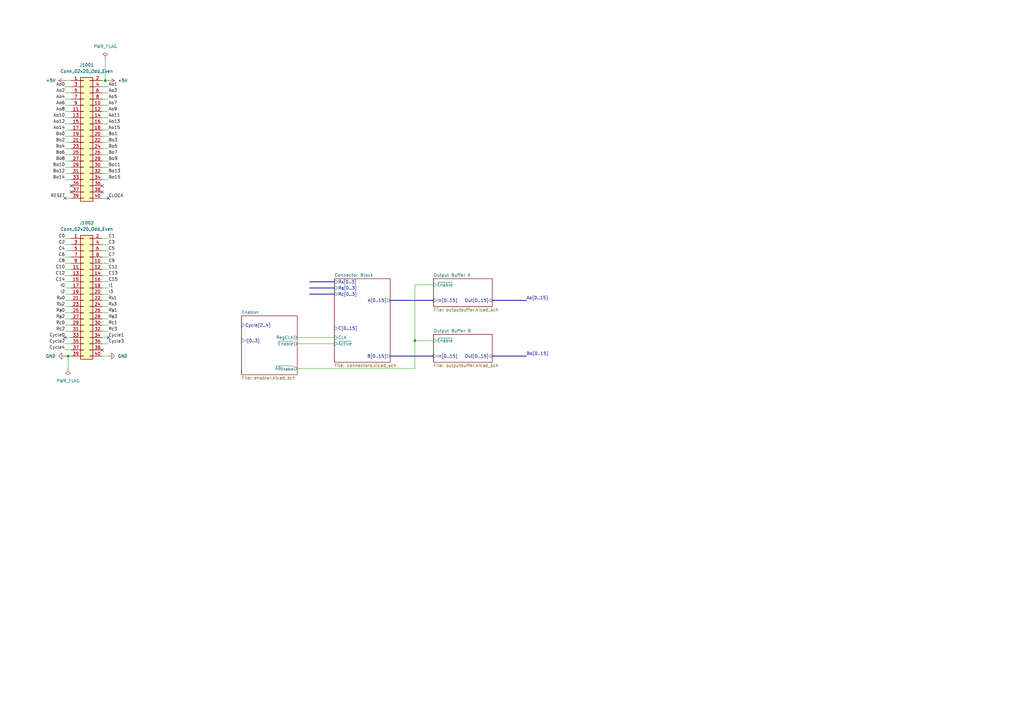
<source format=kicad_sch>
(kicad_sch (version 20231120) (generator "eeschema") (generator_version "8.0")
  (paper "A3")
  (lib_symbols
    (symbol "Connector_Generic:Conn_02x20_Odd_Even" (pin_names (offset 1.016) hide)
      (property "Reference" "J" (at 1.27 25.4 0))
      (property "Value" "Conn_02x20_Odd_Even" (at 1.27 -27.94 0))
      (symbol "Conn_02x20_Odd_Even_1_1"
        (rectangle (start -1.27 -25.273) (end 0 -25.527) (stroke (width 0.1524)))
        (rectangle (start -1.27 -22.733) (end 0 -22.987) (stroke (width 0.1524)))
        (rectangle (start -1.27 -20.193) (end 0 -20.447) (stroke (width 0.1524)))
        (rectangle (start -1.27 -17.653) (end 0 -17.907) (stroke (width 0.1524)))
        (rectangle (start -1.27 -15.113) (end 0 -15.367) (stroke (width 0.1524)))
        (rectangle (start -1.27 -12.573) (end 0 -12.827) (stroke (width 0.1524)))
        (rectangle (start -1.27 -10.033) (end 0 -10.287) (stroke (width 0.1524)))
        (rectangle (start -1.27 -7.493) (end 0 -7.747) (stroke (width 0.1524)))
        (rectangle (start -1.27 -4.953) (end 0 -5.207) (stroke (width 0.1524)))
        (rectangle (start -1.27 -2.413) (end 0 -2.667) (stroke (width 0.1524)))
        (rectangle (start -1.27 0.127) (end 0 -0.127) (stroke (width 0.1524)))
        (rectangle (start -1.27 2.667) (end 0 2.413) (stroke (width 0.1524)))
        (rectangle (start -1.27 5.207) (end 0 4.953) (stroke (width 0.1524)))
        (rectangle (start -1.27 7.747) (end 0 7.493) (stroke (width 0.1524)))
        (rectangle (start -1.27 10.287) (end 0 10.033) (stroke (width 0.1524)))
        (rectangle (start -1.27 12.827) (end 0 12.573) (stroke (width 0.1524)))
        (rectangle (start -1.27 15.367) (end 0 15.113) (stroke (width 0.1524)))
        (rectangle (start -1.27 17.907) (end 0 17.653) (stroke (width 0.1524)))
        (rectangle (start -1.27 20.447) (end 0 20.193) (stroke (width 0.1524)))
        (rectangle (start -1.27 22.987) (end 0 22.733) (stroke (width 0.1524)))
        (rectangle (start -1.27 24.13) (end 3.81 -26.67) (stroke (width 0.254)) (fill (type background)))
        (rectangle (start 3.81 -25.273) (end 2.54 -25.527) (stroke (width 0.1524)))
        (rectangle (start 3.81 -22.733) (end 2.54 -22.987) (stroke (width 0.1524)))
        (rectangle (start 3.81 -20.193) (end 2.54 -20.447) (stroke (width 0.1524)))
        (rectangle (start 3.81 -17.653) (end 2.54 -17.907) (stroke (width 0.1524)))
        (rectangle (start 3.81 -15.113) (end 2.54 -15.367) (stroke (width 0.1524)))
        (rectangle (start 3.81 -12.573) (end 2.54 -12.827) (stroke (width 0.1524)))
        (rectangle (start 3.81 -10.033) (end 2.54 -10.287) (stroke (width 0.1524)))
        (rectangle (start 3.81 -7.493) (end 2.54 -7.747) (stroke (width 0.1524)))
        (rectangle (start 3.81 -4.953) (end 2.54 -5.207) (stroke (width 0.1524)))
        (rectangle (start 3.81 -2.413) (end 2.54 -2.667) (stroke (width 0.1524)))
        (rectangle (start 3.81 0.127) (end 2.54 -0.127) (stroke (width 0.1524)))
        (rectangle (start 3.81 2.667) (end 2.54 2.413) (stroke (width 0.1524)))
        (rectangle (start 3.81 5.207) (end 2.54 4.953) (stroke (width 0.1524)))
        (rectangle (start 3.81 7.747) (end 2.54 7.493) (stroke (width 0.1524)))
        (rectangle (start 3.81 10.287) (end 2.54 10.033) (stroke (width 0.1524)))
        (rectangle (start 3.81 12.827) (end 2.54 12.573) (stroke (width 0.1524)))
        (rectangle (start 3.81 15.367) (end 2.54 15.113) (stroke (width 0.1524)))
        (rectangle (start 3.81 17.907) (end 2.54 17.653) (stroke (width 0.1524)))
        (rectangle (start 3.81 20.447) (end 2.54 20.193) (stroke (width 0.1524)))
        (rectangle (start 3.81 22.987) (end 2.54 22.733) (stroke (width 0.1524)))
        (pin passive line (at -5.08 22.86 0) (length 3.81) (name "Pin_1") (number "1"))
        (pin passive line (at 7.62 12.7 180) (length 3.81) (name "Pin_10") (number "10"))
        (pin passive line (at -5.08 10.16 0) (length 3.81) (name "Pin_11") (number "11"))
        (pin passive line (at 7.62 10.16 180) (length 3.81) (name "Pin_12") (number "12"))
        (pin passive line (at -5.08 7.62 0) (length 3.81) (name "Pin_13") (number "13"))
        (pin passive line (at 7.62 7.62 180) (length 3.81) (name "Pin_14") (number "14"))
        (pin passive line (at -5.08 5.08 0) (length 3.81) (name "Pin_15") (number "15"))
        (pin passive line (at 7.62 5.08 180) (length 3.81) (name "Pin_16") (number "16"))
        (pin passive line (at -5.08 2.54 0) (length 3.81) (name "Pin_17") (number "17"))
        (pin passive line (at 7.62 2.54 180) (length 3.81) (name "Pin_18") (number "18"))
        (pin passive line (at -5.08 0 0) (length 3.81) (name "Pin_19") (number "19"))
        (pin passive line (at 7.62 22.86 180) (length 3.81) (name "Pin_2") (number "2"))
        (pin passive line (at 7.62 0 180) (length 3.81) (name "Pin_20") (number "20"))
        (pin passive line (at -5.08 -2.54 0) (length 3.81) (name "Pin_21") (number "21"))
        (pin passive line (at 7.62 -2.54 180) (length 3.81) (name "Pin_22") (number "22"))
        (pin passive line (at -5.08 -5.08 0) (length 3.81) (name "Pin_23") (number "23"))
        (pin passive line (at 7.62 -5.08 180) (length 3.81) (name "Pin_24") (number "24"))
        (pin passive line (at -5.08 -7.62 0) (length 3.81) (name "Pin_25") (number "25"))
        (pin passive line (at 7.62 -7.62 180) (length 3.81) (name "Pin_26") (number "26"))
        (pin passive line (at -5.08 -10.16 0) (length 3.81) (name "Pin_27") (number "27"))
        (pin passive line (at 7.62 -10.16 180) (length 3.81) (name "Pin_28") (number "28"))
        (pin passive line (at -5.08 -12.7 0) (length 3.81) (name "Pin_29") (number "29"))
        (pin passive line (at -5.08 20.32 0) (length 3.81) (name "Pin_3") (number "3"))
        (pin passive line (at 7.62 -12.7 180) (length 3.81) (name "Pin_30") (number "30"))
        (pin passive line (at -5.08 -15.24 0) (length 3.81) (name "Pin_31") (number "31"))
        (pin passive line (at 7.62 -15.24 180) (length 3.81) (name "Pin_32") (number "32"))
        (pin passive line (at -5.08 -17.78 0) (length 3.81) (name "Pin_33") (number "33"))
        (pin passive line (at 7.62 -17.78 180) (length 3.81) (name "Pin_34") (number "34"))
        (pin passive line (at -5.08 -20.32 0) (length 3.81) (name "Pin_35") (number "35"))
        (pin passive line (at 7.62 -20.32 180) (length 3.81) (name "Pin_36") (number "36"))
        (pin passive line (at -5.08 -22.86 0) (length 3.81) (name "Pin_37") (number "37"))
        (pin passive line (at 7.62 -22.86 180) (length 3.81) (name "Pin_38") (number "38"))
        (pin passive line (at -5.08 -25.4 0) (length 3.81) (name "Pin_39") (number "39"))
        (pin passive line (at 7.62 20.32 180) (length 3.81) (name "Pin_4") (number "4"))
        (pin passive line (at 7.62 -25.4 180) (length 3.81) (name "Pin_40") (number "40"))
        (pin passive line (at -5.08 17.78 0) (length 3.81) (name "Pin_5") (number "5"))
        (pin passive line (at 7.62 17.78 180) (length 3.81) (name "Pin_6") (number "6"))
        (pin passive line (at -5.08 15.24 0) (length 3.81) (name "Pin_7") (number "7"))
        (pin passive line (at 7.62 15.24 180) (length 3.81) (name "Pin_8") (number "8"))
        (pin passive line (at -5.08 12.7 0) (length 3.81) (name "Pin_9") (number "9"))
      )
    )
    (symbol "power:+5V" (power) (pin_numbers hide) (pin_names (offset 0) hide)
      (property "Value" "+5V" (at 0 3.556 0))
      (symbol "+5V_0_1"
        (polyline (pts (xy -0.762 1.27) (xy 0 2.54)))
        (polyline (pts (xy 0 0) (xy 0 2.54)))
        (polyline (pts (xy 0 2.54) (xy 0.762 1.27)))
      )
      (symbol "+5V_1_1"
        (pin power_in line (at 0 0 90) (length 0) (name "~") (number "1"))
      )
    )
    (symbol "power:GND" (power) (pin_numbers hide) (pin_names (offset 0) hide)
      (property "Value" "GND" (at 0 -3.81 0))
      (symbol "GND_0_1"
        (polyline (pts (xy 0 0) (xy 0 -1.27) (xy 1.27 -1.27) (xy 0 -2.54) (xy -1.27 -1.27) (xy 0 -1.27)))
      )
      (symbol "GND_1_1"
        (pin power_in line (at 0 0 270) (length 0) (name "~") (number "1"))
      )
    )
    (symbol "power:PWR_FLAG" (power) (pin_numbers hide) (pin_names (offset 0) hide)
      (property "Value" "PWR_FLAG" (at 0 3.81 0))
      (symbol "PWR_FLAG_0_0"
        (pin power_out line (at 0 0 90) (length 0) (name "~") (number "1"))
      )
      (symbol "PWR_FLAG_0_1"
        (polyline (pts (xy 0 0) (xy 0 1.27) (xy -1.016 1.905) (xy 0 2.54) (xy 1.016 1.905) (xy 0 1.27)))
      )
    )
  )
  (junction (at 27.94 146.05))
  (junction (at 170.18 139.7))
  (junction (at 43.18 33.02))
  (no_connect (at 29.21 78.74))
  (no_connect (at 44.45 138.43))
  (no_connect (at 26.67 81.28))
  (no_connect (at 29.21 76.2))
  (no_connect (at 44.45 81.28))
  (no_connect (at 41.91 78.74))
  (no_connect (at 41.91 76.2))
  (no_connect (at 41.91 143.51))
  (no_connect (at 26.67 138.43))
  (wire (pts (xy 26.67 73.66) (xy 29.21 73.66)))
  (wire (pts (xy 26.67 110.49) (xy 29.21 110.49)))
  (wire (pts (xy 26.67 128.27) (xy 29.21 128.27)))
  (wire (pts (xy 41.91 110.49) (xy 44.45 110.49)))
  (wire (pts (xy 27.94 146.05) (xy 29.21 146.05)))
  (wire (pts (xy 41.91 60.96) (xy 44.45 60.96)))
  (wire (pts (xy 41.91 115.57) (xy 44.45 115.57)))
  (wire (pts (xy 26.67 81.28) (xy 29.21 81.28)))
  (wire (pts (xy 41.91 140.97) (xy 44.45 140.97)))
  (wire (pts (xy 26.67 45.72) (xy 29.21 45.72)))
  (wire (pts (xy 41.91 120.65) (xy 44.45 120.65)))
  (wire (pts (xy 26.67 50.8) (xy 29.21 50.8)))
  (wire (pts (xy 41.91 107.95) (xy 44.45 107.95)))
  (wire (pts (xy 41.91 40.64) (xy 44.45 40.64)))
  (wire (pts (xy 41.91 105.41) (xy 44.45 105.41)))
  (wire (pts (xy 41.91 123.19) (xy 44.45 123.19)))
  (wire (pts (xy 26.67 140.97) (xy 29.21 140.97)))
  (wire (pts (xy 26.67 55.88) (xy 29.21 55.88)))
  (wire (pts (xy 26.67 33.02) (xy 29.21 33.02)))
  (wire (pts (xy 26.67 125.73) (xy 29.21 125.73)))
  (wire (pts (xy 41.91 50.8) (xy 44.45 50.8)))
  (wire (pts (xy 41.91 53.34) (xy 44.45 53.34)))
  (wire (pts (xy 170.18 139.7) (xy 170.18 116.84)))
  (wire (pts (xy 41.91 133.35) (xy 44.45 133.35)))
  (wire (pts (xy 26.67 143.51) (xy 29.21 143.51)))
  (wire (pts (xy 26.67 146.05) (xy 27.94 146.05)))
  (wire (pts (xy 41.91 81.28) (xy 44.45 81.28)))
  (bus (pts (xy 201.93 146.05) (xy 215.9 146.05)))
  (wire (pts (xy 26.67 97.79) (xy 29.21 97.79)))
  (wire (pts (xy 41.91 48.26) (xy 44.45 48.26)))
  (wire (pts (xy 26.67 120.65) (xy 29.21 120.65)))
  (wire (pts (xy 43.18 24.13) (xy 43.18 33.02)))
  (bus (pts (xy 127 115.57) (xy 137.16 115.57)))
  (bus (pts (xy 160.02 123.19) (xy 177.8 123.19)))
  (wire (pts (xy 41.91 63.5) (xy 44.45 63.5)))
  (wire (pts (xy 26.67 102.87) (xy 29.21 102.87)))
  (wire (pts (xy 26.67 53.34) (xy 29.21 53.34)))
  (wire (pts (xy 41.91 135.89) (xy 44.45 135.89)))
  (wire (pts (xy 41.91 45.72) (xy 44.45 45.72)))
  (wire (pts (xy 26.67 66.04) (xy 29.21 66.04)))
  (wire (pts (xy 26.67 35.56) (xy 29.21 35.56)))
  (wire (pts (xy 41.91 38.1) (xy 44.45 38.1)))
  (wire (pts (xy 41.91 35.56) (xy 44.45 35.56)))
  (wire (pts (xy 41.91 55.88) (xy 44.45 55.88)))
  (wire (pts (xy 41.91 100.33) (xy 44.45 100.33)))
  (wire (pts (xy 177.8 139.7) (xy 170.18 139.7)))
  (wire (pts (xy 170.18 116.84) (xy 177.8 116.84)))
  (wire (pts (xy 41.91 113.03) (xy 44.45 113.03)))
  (bus (pts (xy 160.02 146.05) (xy 177.8 146.05)))
  (wire (pts (xy 41.91 118.11) (xy 44.45 118.11)))
  (wire (pts (xy 26.67 48.26) (xy 29.21 48.26)))
  (wire (pts (xy 26.67 115.57) (xy 29.21 115.57)))
  (wire (pts (xy 26.67 133.35) (xy 29.21 133.35)))
  (wire (pts (xy 41.91 66.04) (xy 44.45 66.04)))
  (wire (pts (xy 26.67 113.03) (xy 29.21 113.03)))
  (wire (pts (xy 41.91 58.42) (xy 44.45 58.42)))
  (wire (pts (xy 121.92 151.13) (xy 170.18 151.13)))
  (bus (pts (xy 127 118.11) (xy 137.16 118.11)))
  (wire (pts (xy 26.67 100.33) (xy 29.21 100.33)))
  (wire (pts (xy 41.91 68.58) (xy 44.45 68.58)))
  (wire (pts (xy 27.94 146.05) (xy 27.94 151.13)))
  (wire (pts (xy 41.91 130.81) (xy 44.45 130.81)))
  (wire (pts (xy 26.67 71.12) (xy 29.21 71.12)))
  (wire (pts (xy 26.67 135.89) (xy 29.21 135.89)))
  (wire (pts (xy 26.67 105.41) (xy 29.21 105.41)))
  (wire (pts (xy 41.91 125.73) (xy 44.45 125.73)))
  (wire (pts (xy 41.91 97.79) (xy 44.45 97.79)))
  (wire (pts (xy 26.67 38.1) (xy 29.21 38.1)))
  (wire (pts (xy 170.18 151.13) (xy 170.18 139.7)))
  (bus (pts (xy 201.93 123.19) (xy 215.9 123.19)))
  (wire (pts (xy 43.18 33.02) (xy 44.45 33.02)))
  (wire (pts (xy 26.67 118.11) (xy 29.21 118.11)))
  (wire (pts (xy 41.91 146.05) (xy 44.45 146.05)))
  (wire (pts (xy 41.91 73.66) (xy 44.45 73.66)))
  (wire (pts (xy 41.91 71.12) (xy 44.45 71.12)))
  (wire (pts (xy 26.67 60.96) (xy 29.21 60.96)))
  (wire (pts (xy 26.67 130.81) (xy 29.21 130.81)))
  (wire (pts (xy 121.92 140.97) (xy 137.16 140.97)))
  (wire (pts (xy 26.67 40.64) (xy 29.21 40.64)))
  (wire (pts (xy 41.91 33.02) (xy 43.18 33.02)))
  (wire (pts (xy 26.67 138.43) (xy 29.21 138.43)))
  (wire (pts (xy 121.92 138.43) (xy 137.16 138.43)))
  (bus (pts (xy 127 120.65) (xy 137.16 120.65)))
  (wire (pts (xy 26.67 43.18) (xy 29.21 43.18)))
  (wire (pts (xy 26.67 63.5) (xy 29.21 63.5)))
  (wire (pts (xy 41.91 138.43) (xy 44.45 138.43)))
  (wire (pts (xy 41.91 102.87) (xy 44.45 102.87)))
  (wire (pts (xy 26.67 58.42) (xy 29.21 58.42)))
  (wire (pts (xy 26.67 107.95) (xy 29.21 107.95)))
  (wire (pts (xy 26.67 123.19) (xy 29.21 123.19)))
  (wire (pts (xy 41.91 43.18) (xy 44.45 43.18)))
  (wire (pts (xy 41.91 128.27) (xy 44.45 128.27)))
  (wire (pts (xy 26.67 68.58) (xy 29.21 68.58)))
  (label "Bo10" (at 26.67 68.58 180))
  (label "Bo14" (at 26.67 73.66 180))
  (label "I3" (at 44.45 120.65 0))
  (label "Bo5" (at 44.45 60.96 0))
  (label "C9" (at 44.45 107.95 0))
  (label "Bo0" (at 26.67 55.88 180))
  (label "Bo12" (at 26.67 71.12 180))
  (label "C3" (at 44.45 100.33 0))
  (label "I0" (at 26.67 118.11 180))
  (label "I2" (at 26.67 120.65 180))
  (label "R_{B}3" (at 44.45 130.81 0))
  (label "C7" (at 44.45 105.41 0))
  (label "Cycle0" (at 26.67 138.43 180))
  (label "C12" (at 26.67 113.03 180))
  (label "C5" (at 44.45 102.87 0))
  (label "C6" (at 26.67 105.41 180))
  (label "Ao15" (at 44.45 53.34 0))
  (label "R_{C}0" (at 26.67 133.35 180))
  (label "Ao10" (at 26.67 48.26 180))
  (label "C1" (at 44.45 97.79 0))
  (label "R_{C}2" (at 26.67 135.89 180))
  (label "Cycle1" (at 44.45 138.43 0))
  (label "R_{B}2" (at 26.67 130.81 180))
  (label "R_{C}1" (at 44.45 133.35 0))
  (label "C0" (at 26.67 97.79 180))
  (label "Bo6" (at 26.67 63.5 180))
  (label "Ao13" (at 44.45 50.8 0))
  (label "Bo11" (at 44.45 68.58 0))
  (label "Bo3" (at 44.45 58.42 0))
  (label "Ao7" (at 44.45 43.18 0))
  (label "R_{B}1" (at 44.45 128.27 0))
  (label "Bo2" (at 26.67 58.42 180))
  (label "Ao14" (at 26.67 53.34 180))
  (label "Ao9" (at 44.45 45.72 0))
  (label "Ao4" (at 26.67 40.64 180))
  (label "R_{A}0" (at 26.67 123.19 180))
  (label "C8" (at 26.67 107.95 180))
  (label "Ao12" (at 26.67 50.8 180))
  (label "Bo[0..15]" (at 215.9 146.05 0))
  (label "C14" (at 26.67 115.57 180))
  (label "C10" (at 26.67 110.49 180))
  (label "Ao6" (at 26.67 43.18 180))
  (label "Bo7" (at 44.45 63.5 0))
  (label "Ao0" (at 26.67 35.56 180))
  (label "R_{A}1" (at 44.45 123.19 0))
  (label "C2" (at 26.67 100.33 180))
  (label "CLOCK" (at 44.45 81.28 0))
  (label "Cycle3" (at 44.45 140.97 0))
  (label "R_{A}2" (at 26.67 125.73 180))
  (label "Ao3" (at 44.45 38.1 0))
  (label "Ao11" (at 44.45 48.26 0))
  (label "Bo15" (at 44.45 73.66 0))
  (label "Bo13" (at 44.45 71.12 0))
  (label "R_{C}3" (at 44.45 135.89 0))
  (label "I1" (at 44.45 118.11 0))
  (label "Bo1" (at 44.45 55.88 0))
  (label "Ao2" (at 26.67 38.1 180))
  (label "Ao1" (at 44.45 35.56 0))
  (label "R_{A}3" (at 44.45 125.73 0))
  (label "Ao8" (at 26.67 45.72 180))
  (label "RESET" (at 26.67 81.28 180))
  (label "Bo4" (at 26.67 60.96 180))
  (label "Cycle2" (at 26.67 140.97 180))
  (label "C11" (at 44.45 110.49 0))
  (label "Ao[0..15]" (at 215.9 123.19 0))
  (label "C15" (at 44.45 115.57 0))
  (label "Bo9" (at 44.45 66.04 0))
  (label "Bo8" (at 26.67 66.04 180))
  (label "Cycle4" (at 26.67 143.51 180))
  (label "R_{B}0" (at 26.67 128.27 180))
  (label "C4" (at 26.67 102.87 180))
  (label "Ao5" (at 44.45 40.64 0))
  (label "C13" (at 44.45 113.03 0))
  (symbol (lib_id "power:GND") (at 44.45 146.05 90) (unit 1)
    (property "Reference" "#PWR01004" (effects (hide yes)))
    (property "Value" "GND" (at 48.26 146.0499 90) (effects (justify right)))
    (property "Description" "Power symbol creates a global label with name \"GND\" , ground" (effects (hide yes)))
  )
  (symbol (lib_id "power:GND") (at 26.67 146.05 270) (unit 1)
    (property "Reference" "#PWR01002" (effects (hide yes)))
    (property "Value" "GND" (at 22.86 146.0499 90) (effects (justify right)))
    (property "Description" "Power symbol creates a global label with name \"GND\" , ground" (effects (hide yes)))
  )
  (symbol (lib_id "Connector_Generic:Conn_02x20_Odd_Even") (at 34.29 120.65 0) (unit 1)
    (property "Reference" "J1002" (at 35.56 91.44 0))
    (property "Value" "Conn_02x20_Odd_Even" (at 35.56 93.98 0))
    (property "Footprint" "Connector_PinHeader_2.54mm:PinHeader_2x20_P2.54mm_Vertical" (effects (hide yes)))
    (property "Description" "Generic connector, double row, 02x20, odd/even pin numbering scheme (row 1 odd numbers, row 2 even numbers), script generated (kicad-library-utils/schlib/autogen/connector/)" (effects (hide yes)))
  )
  (symbol (lib_id "power:+5V") (at 44.45 33.02 270) (unit 1)
    (property "Reference" "#PWR01003" (effects (hide yes)))
    (property "Value" "+5V" (at 48.26 33.0199 90) (effects (justify left)))
    (property "Description" "Power symbol creates a global label with name \"+5V\"" (effects (hide yes)))
  )
  (symbol (lib_id "Connector_Generic:Conn_02x20_Odd_Even") (at 34.29 55.88 0) (unit 1)
    (property "Reference" "J1001" (at 35.56 26.67 0))
    (property "Value" "Conn_02x20_Odd_Even" (at 35.56 29.21 0))
    (property "Footprint" "Connector_PinHeader_2.54mm:PinHeader_2x20_P2.54mm_Vertical" (effects (hide yes)))
    (property "Description" "Generic connector, double row, 02x20, odd/even pin numbering scheme (row 1 odd numbers, row 2 even numbers), script generated (kicad-library-utils/schlib/autogen/connector/)" (effects (hide yes)))
  )
  (symbol (lib_id "power:+5V") (at 26.67 33.02 90) (unit 1)
    (property "Reference" "#PWR01001" (effects (hide yes)))
    (property "Value" "+5V" (at 22.86 33.0199 90) (effects (justify left)))
    (property "Description" "Power symbol creates a global label with name \"+5V\"" (effects (hide yes)))
  )
  (symbol (lib_id "power:PWR_FLAG") (at 43.18 24.13 0) (unit 1)
    (property "Reference" "#FLG01002" (effects (hide yes)))
    (property "Value" "PWR_FLAG" (at 43.18 19.05 0))
    (property "Description" "Special symbol for telling ERC where power comes from" (effects (hide yes)))
  )
  (symbol (lib_id "power:PWR_FLAG") (at 27.94 151.13 180) (unit 1)
    (property "Reference" "#FLG01001" (effects (hide yes)))
    (property "Value" "PWR_FLAG" (at 27.94 156.21 0))
    (property "Description" "Special symbol for telling ERC where power comes from" (effects (hide yes)))
  )
  (sheet (at 177.8 114.3) (size 24.13 11.43) (stroke (width 0.1524))
    (property "Sheetname" "Output Buffer A" (at 177.8 113.5884 0) (effects (justify left bottom)))
    (property "Sheetfile" "outputbuffer.kicad_sch" (at 177.8 126.3146 0) (effects (justify left top)))
    (pin "In[0..15]" input (at 177.8 123.19 180))
    (pin "Out[0..15]" tri_state (at 201.93 123.19 0))
    (pin "~{Enable}" input (at 177.8 116.84 180))
  )
  (sheet (at 177.8 137.16) (size 24.13 11.43) (stroke (width 0.1524))
    (property "Sheetname" "Output Buffer B" (at 177.8 136.4484 0) (effects (justify left bottom)))
    (property "Sheetfile" "outputbuffer.kicad_sch" (at 177.8 149.1746 0) (effects (justify left top)))
    (pin "In[0..15]" input (at 177.8 146.05 180))
    (pin "Out[0..15]" tri_state (at 201.93 146.05 0))
    (pin "~{Enable}" input (at 177.8 139.7 180))
  )
  (sheet (at 137.16 114.3) (size 22.86 34.29) (stroke (width 0.1524))
    (property "Sheetname" "Connector Block" (at 137.16 113.5884 0) (effects (justify left bottom)))
    (property "Sheetfile" "connectors.kicad_sch" (at 137.16 149.1746 0) (effects (justify left top)))
    (pin "~{Active}" input (at 137.16 140.97 180))
    (pin "CLK" input (at 137.16 138.43 180))
    (pin "C[0..15]" input (at 137.16 134.62 180))
    (pin "R_{A}[0..3]" input (at 137.16 115.57 180))
    (pin "R_{C}[0..3]" input (at 137.16 120.65 180))
    (pin "R_{B}[0..3]" input (at 137.16 118.11 180))
    (pin "A[0..15]" output (at 160.02 123.19 0))
    (pin "B[0..15]" output (at 160.02 146.05 0))
  )
  (sheet (at 99.06 129.54) (size 22.86 24.13) (stroke (width 0.1524))
    (property "Sheetname" "Enabler" (at 99.06 128.8284 0) (effects (justify left bottom)))
    (property "Sheetfile" "enabler.kicad_sch" (at 99.06 154.2546 0) (effects (justify left top)))
    (pin "Cycle[2..4]" input (at 99.06 133.35 180))
    (pin "~{Enable}" output (at 121.92 140.97 0))
    (pin "I[0..3]" input (at 99.06 139.7 180))
    (pin "~{AB_{Enable}}" output (at 121.92 151.13 0))
    (pin "RegCLK" output (at 121.92 138.43 0))
  )
)
</source>
